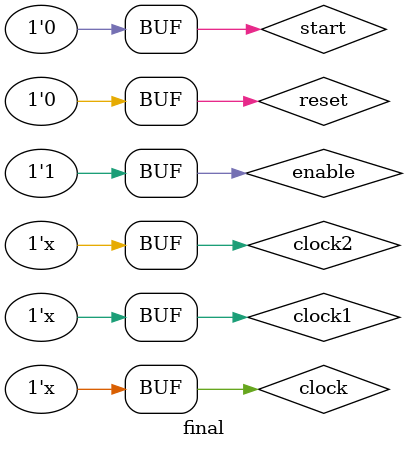
<source format=v>
`timescale 1ns / 1ps


module final;

	// Inputs
	reg clock;
	reg [2:0]flag;
	reg reset;
	reg clock1;
	//reg [15:0] i_datain;
	//reg [15:0] d_datain;
	reg enable;
	reg start;

	// Outputs
	wire [15:0] d_addr;
	wire [15:0] i_addr;
	wire d_we;
	wire [15:0] d_dataout;
	wire [6:0]a_g;
   wire [3:0]en;
	

	// Instantiate the Unit Under Test (UUT)
	haha uut (
		.clock(clock),
		.clock2(clock2),
      .flag(flag),		
		.reset(reset), 
		.clock1(clock1), 
		//.i_datain(i_datain), 
		//.d_datain(d_datain), 
		.enable(enable), 
		.start(start), 
		.d_addr(d_addr), 
		.i_addr(i_addr), 
		.d_we(d_we), 
		.d_dataout(d_dataout)
	);

always#5  clock = ~clock; 
always#2  clock2 = ~clock2;
always#1  clock1 = ~clock1; 
	initial begin
		// Initialize Inputs
		clock1 = 0;
		clock2 = 0;
		reset = 0;
		clock = 0;
		//i_datain = 0;
		//d_datain = 0;
		enable = 0;
		start = 0;

		// Wait 100 ns for global reset to finish
		#100;

		// Add stimulus here
 $display("pc:idir:regA:regB:regC:dr:dout:w:reC1:gr0 :gr1 :gr2 :gr3 :gr4 :gr5 :gr6 :gr7 :zf:nf:cf:miss:hit:cachedata:d_in:tocache:");
    $monitor("%h:%h:%h:%h:%h:%h:%h:%h:%h:%h:%h:%h:%h:%h:%h:%h:%h:%h:%h:%h:%h:%h:%h:%h:%h:", 
	uut.pc,uut.id_ir, uut.reg_A, uut.reg_B, uut.reg_C,
   	d_addr, d_dataout,d_we, uut.reg_C1, uut.gr[0],uut.gr[1], uut.gr[2], uut.gr[3],uut.gr[4],uut.gr[5],uut.gr[6],uut.gr[7],uut.zf,uut.nf,uut.cf,uut.miss,uut.hit,uut.cachedata,uut.d_datain,uut.tocache);
	
enable <= 1; 

#10 reset <= 1;start <=1;
#10 reset <= 0;
#10 start <= 0;



	end
      
endmodule


</source>
